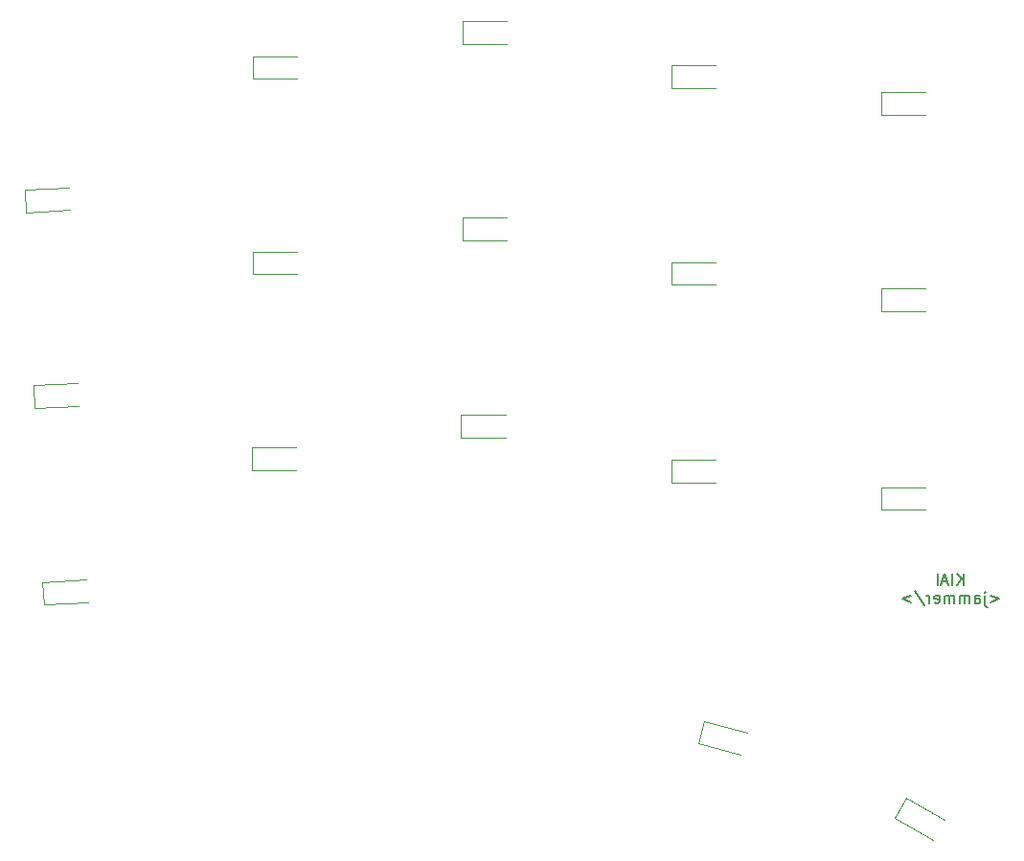
<source format=gbr>
%TF.GenerationSoftware,KiCad,Pcbnew,(6.0.7-1)-1*%
%TF.CreationDate,2022-11-03T20:53:44+08:00*%
%TF.ProjectId,kiai,6b696169-2e6b-4696-9361-645f70636258,rev?*%
%TF.SameCoordinates,Original*%
%TF.FileFunction,Legend,Bot*%
%TF.FilePolarity,Positive*%
%FSLAX46Y46*%
G04 Gerber Fmt 4.6, Leading zero omitted, Abs format (unit mm)*
G04 Created by KiCad (PCBNEW (6.0.7-1)-1) date 2022-11-03 20:53:44*
%MOMM*%
%LPD*%
G01*
G04 APERTURE LIST*
%ADD10C,0.150000*%
%ADD11C,0.120000*%
G04 APERTURE END LIST*
D10*
X185766666Y18152619D02*
X185766666Y19152619D01*
X185195238Y18152619D02*
X185623809Y18724047D01*
X185195238Y19152619D02*
X185766666Y18581190D01*
X184766666Y18152619D02*
X184766666Y19152619D01*
X184338095Y18438333D02*
X183861904Y18438333D01*
X184433333Y18152619D02*
X184100000Y19152619D01*
X183766666Y18152619D01*
X183433333Y18152619D02*
X183433333Y19152619D01*
X188123809Y17209285D02*
X188885714Y16923571D01*
X188123809Y16637857D01*
X187647619Y17209285D02*
X187647619Y16352142D01*
X187695238Y16256904D01*
X187790476Y16209285D01*
X187838095Y16209285D01*
X187647619Y17542619D02*
X187695238Y17495000D01*
X187647619Y17447380D01*
X187600000Y17495000D01*
X187647619Y17542619D01*
X187647619Y17447380D01*
X186742857Y16542619D02*
X186742857Y17066428D01*
X186790476Y17161666D01*
X186885714Y17209285D01*
X187076190Y17209285D01*
X187171428Y17161666D01*
X186742857Y16590238D02*
X186838095Y16542619D01*
X187076190Y16542619D01*
X187171428Y16590238D01*
X187219047Y16685476D01*
X187219047Y16780714D01*
X187171428Y16875952D01*
X187076190Y16923571D01*
X186838095Y16923571D01*
X186742857Y16971190D01*
X186266666Y16542619D02*
X186266666Y17209285D01*
X186266666Y17114047D02*
X186219047Y17161666D01*
X186123809Y17209285D01*
X185980952Y17209285D01*
X185885714Y17161666D01*
X185838095Y17066428D01*
X185838095Y16542619D01*
X185838095Y17066428D02*
X185790476Y17161666D01*
X185695238Y17209285D01*
X185552380Y17209285D01*
X185457142Y17161666D01*
X185409523Y17066428D01*
X185409523Y16542619D01*
X184933333Y16542619D02*
X184933333Y17209285D01*
X184933333Y17114047D02*
X184885714Y17161666D01*
X184790476Y17209285D01*
X184647619Y17209285D01*
X184552380Y17161666D01*
X184504761Y17066428D01*
X184504761Y16542619D01*
X184504761Y17066428D02*
X184457142Y17161666D01*
X184361904Y17209285D01*
X184219047Y17209285D01*
X184123809Y17161666D01*
X184076190Y17066428D01*
X184076190Y16542619D01*
X183219047Y16590238D02*
X183314285Y16542619D01*
X183504761Y16542619D01*
X183600000Y16590238D01*
X183647619Y16685476D01*
X183647619Y17066428D01*
X183600000Y17161666D01*
X183504761Y17209285D01*
X183314285Y17209285D01*
X183219047Y17161666D01*
X183171428Y17066428D01*
X183171428Y16971190D01*
X183647619Y16875952D01*
X182742857Y16542619D02*
X182742857Y17209285D01*
X182742857Y17018809D02*
X182695238Y17114047D01*
X182647619Y17161666D01*
X182552380Y17209285D01*
X182457142Y17209285D01*
X181409523Y17590238D02*
X182266666Y16304523D01*
X181076190Y17209285D02*
X180314285Y16923571D01*
X181076190Y16637857D01*
D11*
%TO.C,K15*%
X141350000Y33200000D02*
X141350000Y31200000D01*
X141350000Y31200000D02*
X145250000Y31200000D01*
X141350000Y33200000D02*
X145250000Y33200000D01*
%TO.C,K3*%
X159950000Y46684000D02*
X159950000Y44684000D01*
X159950000Y46684000D02*
X163850000Y46684000D01*
X159950000Y44684000D02*
X163850000Y44684000D01*
%TO.C,K1*%
X159950000Y29200000D02*
X163850000Y29200000D01*
X159950000Y29200000D02*
X159950000Y27200000D01*
X159950000Y27200000D02*
X163850000Y27200000D01*
%TO.C,K11*%
X122950000Y45600000D02*
X126850000Y45600000D01*
X122950000Y47600000D02*
X122950000Y45600000D01*
X122950000Y47600000D02*
X126850000Y47600000D01*
%TO.C,K13*%
X102800748Y53080874D02*
X106695403Y53284984D01*
X102800748Y53080874D02*
X102905420Y51083615D01*
X102905420Y51083615D02*
X106800075Y51287725D01*
%TO.C,K6*%
X178450000Y59700000D02*
X182350000Y59700000D01*
X178450000Y61700000D02*
X182350000Y61700000D01*
X178450000Y61700000D02*
X178450000Y59700000D01*
%TO.C,K12*%
X104336260Y18397998D02*
X104440932Y16400739D01*
X104440932Y16400739D02*
X108335587Y16604849D01*
X104336260Y18397998D02*
X108230915Y18602108D01*
%TO.C,K5*%
X178450000Y26800000D02*
X182350000Y26800000D01*
X178450000Y26800000D02*
X178450000Y24800000D01*
X178450000Y24800000D02*
X182350000Y24800000D01*
%TO.C,K16*%
X141450000Y66000000D02*
X145350000Y66000000D01*
X141450000Y68000000D02*
X141450000Y66000000D01*
X141450000Y68000000D02*
X145350000Y68000000D01*
%TO.C,K2*%
X159950000Y64100000D02*
X159950000Y62100000D01*
X159950000Y62100000D02*
X163850000Y62100000D01*
X159950000Y64100000D02*
X163850000Y64100000D01*
%TO.C,K4*%
X162820801Y6101602D02*
X166587912Y5092207D01*
X162303163Y4169750D02*
X166070274Y3160356D01*
X162820801Y6101602D02*
X162303163Y4169750D01*
%TO.C,K17*%
X141450000Y50600000D02*
X141450000Y48600000D01*
X141450000Y48600000D02*
X145350000Y48600000D01*
X141450000Y50600000D02*
X145350000Y50600000D01*
%TO.C,K10*%
X122950000Y62900000D02*
X126850000Y62900000D01*
X122950000Y64900000D02*
X122950000Y62900000D01*
X122950000Y64900000D02*
X126850000Y64900000D01*
%TO.C,K9*%
X122850000Y30300000D02*
X122850000Y28300000D01*
X122850000Y28300000D02*
X126750000Y28300000D01*
X122850000Y30300000D02*
X126750000Y30300000D01*
%TO.C,K14*%
X103536260Y35787041D02*
X103640932Y33789782D01*
X103536260Y35787041D02*
X107430915Y35991151D01*
X103640932Y33789782D02*
X107535587Y33993892D01*
%TO.C,K8*%
X180701444Y-706089D02*
X184078943Y-2656089D01*
X179701444Y-2438139D02*
X183078943Y-4388139D01*
X180701444Y-706089D02*
X179701444Y-2438139D01*
%TO.C,K7*%
X178450000Y44356000D02*
X182350000Y44356000D01*
X178450000Y42356000D02*
X182350000Y42356000D01*
X178450000Y44356000D02*
X178450000Y42356000D01*
%TD*%
M02*

</source>
